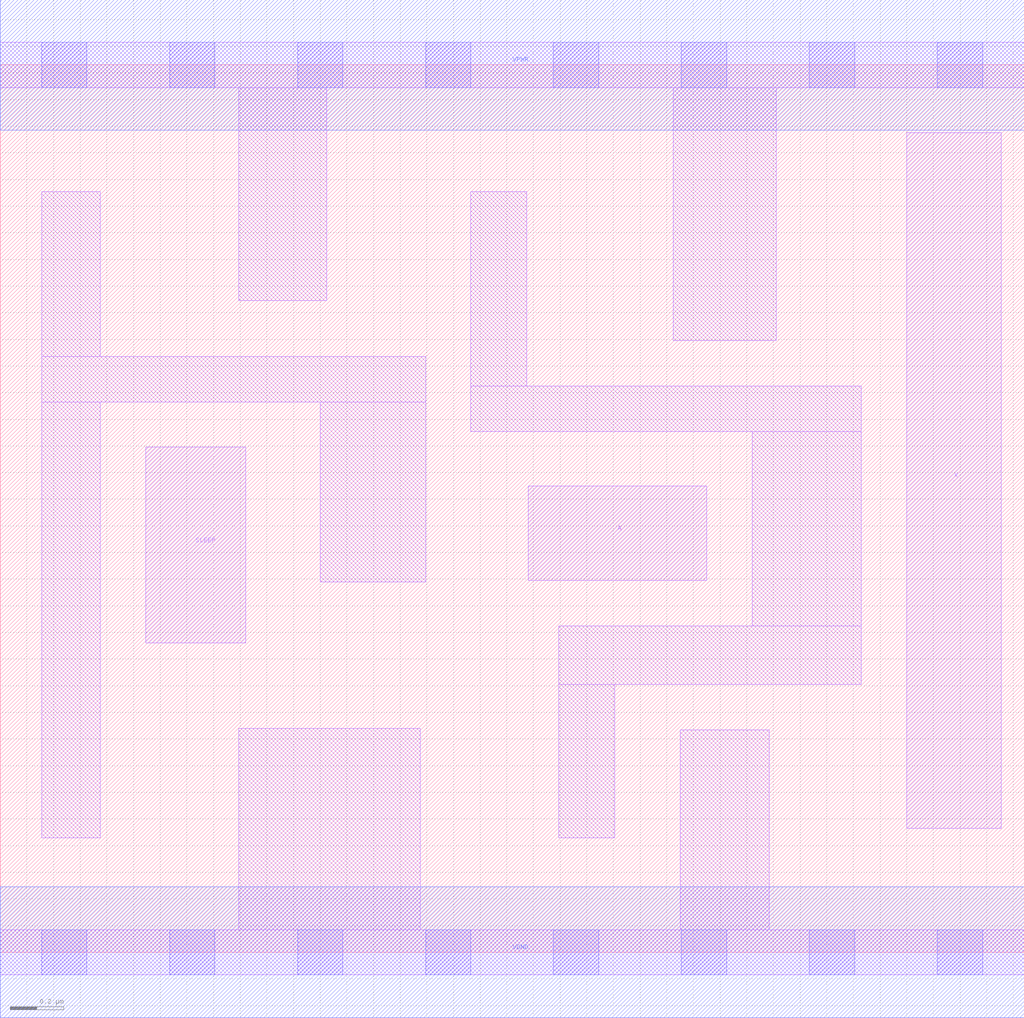
<source format=lef>
# Copyright 2020 The SkyWater PDK Authors
#
# Licensed under the Apache License, Version 2.0 (the "License");
# you may not use this file except in compliance with the License.
# You may obtain a copy of the License at
#
#     https://www.apache.org/licenses/LICENSE-2.0
#
# Unless required by applicable law or agreed to in writing, software
# distributed under the License is distributed on an "AS IS" BASIS,
# WITHOUT WARRANTIES OR CONDITIONS OF ANY KIND, either express or implied.
# See the License for the specific language governing permissions and
# limitations under the License.
#
# SPDX-License-Identifier: Apache-2.0

VERSION 5.7 ;
  NAMESCASESENSITIVE ON ;
  NOWIREEXTENSIONATPIN ON ;
  DIVIDERCHAR "/" ;
  BUSBITCHARS "[]" ;
UNITS
  DATABASE MICRONS 200 ;
END UNITS
MACRO sky130_fd_sc_lp__inputiso0p_lp
  CLASS CORE ;
  SOURCE USER ;
  FOREIGN sky130_fd_sc_lp__inputiso0p_lp ;
  ORIGIN  0.000000  0.000000 ;
  SIZE  3.840000 BY  3.330000 ;
  SYMMETRY X Y R90 ;
  SITE unit ;
  PIN A
    ANTENNAGATEAREA  0.189000 ;
    DIRECTION INPUT ;
    USE SIGNAL ;
    PORT
      LAYER li1 ;
        RECT 1.980000 1.395000 2.650000 1.750000 ;
    END
  END A
  PIN SLEEP
    ANTENNAGATEAREA  0.252000 ;
    DIRECTION INPUT ;
    USE SIGNAL ;
    PORT
      LAYER li1 ;
        RECT 0.545000 1.160000 0.920000 1.895000 ;
    END
  END SLEEP
  PIN X
    ANTENNADIFFAREA  0.445200 ;
    DIRECTION OUTPUT ;
    USE SIGNAL ;
    PORT
      LAYER li1 ;
        RECT 3.400000 0.465000 3.755000 3.075000 ;
    END
  END X
  PIN VGND
    DIRECTION INOUT ;
    USE GROUND ;
    PORT
      LAYER met1 ;
        RECT 0.000000 -0.245000 3.840000 0.245000 ;
    END
  END VGND
  PIN VPWR
    DIRECTION INOUT ;
    USE POWER ;
    PORT
      LAYER met1 ;
        RECT 0.000000 3.085000 3.840000 3.575000 ;
    END
  END VPWR
  OBS
    LAYER li1 ;
      RECT 0.000000 -0.085000 3.840000 0.085000 ;
      RECT 0.000000  3.245000 3.840000 3.415000 ;
      RECT 0.155000  0.430000 0.375000 2.065000 ;
      RECT 0.155000  2.065000 1.595000 2.235000 ;
      RECT 0.155000  2.235000 0.375000 2.855000 ;
      RECT 0.895000  0.085000 1.575000 0.840000 ;
      RECT 0.895000  2.445000 1.225000 3.245000 ;
      RECT 1.200000  1.390000 1.595000 2.065000 ;
      RECT 1.765000  1.955000 3.230000 2.125000 ;
      RECT 1.765000  2.125000 1.975000 2.855000 ;
      RECT 2.095000  0.430000 2.305000 1.005000 ;
      RECT 2.095000  1.005000 3.230000 1.225000 ;
      RECT 2.525000  2.295000 2.910000 3.245000 ;
      RECT 2.550000  0.085000 2.885000 0.835000 ;
      RECT 2.820000  1.225000 3.230000 1.955000 ;
    LAYER mcon ;
      RECT 0.155000 -0.085000 0.325000 0.085000 ;
      RECT 0.155000  3.245000 0.325000 3.415000 ;
      RECT 0.635000 -0.085000 0.805000 0.085000 ;
      RECT 0.635000  3.245000 0.805000 3.415000 ;
      RECT 1.115000 -0.085000 1.285000 0.085000 ;
      RECT 1.115000  3.245000 1.285000 3.415000 ;
      RECT 1.595000 -0.085000 1.765000 0.085000 ;
      RECT 1.595000  3.245000 1.765000 3.415000 ;
      RECT 2.075000 -0.085000 2.245000 0.085000 ;
      RECT 2.075000  3.245000 2.245000 3.415000 ;
      RECT 2.555000 -0.085000 2.725000 0.085000 ;
      RECT 2.555000  3.245000 2.725000 3.415000 ;
      RECT 3.035000 -0.085000 3.205000 0.085000 ;
      RECT 3.035000  3.245000 3.205000 3.415000 ;
      RECT 3.515000 -0.085000 3.685000 0.085000 ;
      RECT 3.515000  3.245000 3.685000 3.415000 ;
  END
END sky130_fd_sc_lp__inputiso0p_lp
END LIBRARY

</source>
